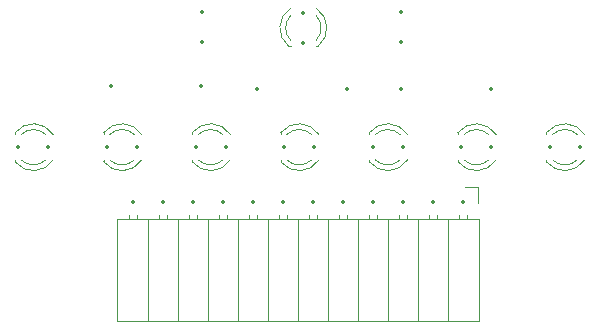
<source format=gbr>
%TF.GenerationSoftware,KiCad,Pcbnew,8.0.1*%
%TF.CreationDate,2024-06-24T19:19:19+02:00*%
%TF.ProjectId,BMW E30 NFL SI Indicator LED,424d5720-4533-4302-904e-464c20534920,rev?*%
%TF.SameCoordinates,Original*%
%TF.FileFunction,Legend,Top*%
%TF.FilePolarity,Positive*%
%FSLAX46Y46*%
G04 Gerber Fmt 4.6, Leading zero omitted, Abs format (unit mm)*
G04 Created by KiCad (PCBNEW 8.0.1) date 2024-06-24 19:19:19*
%MOMM*%
%LPD*%
G01*
G04 APERTURE LIST*
%ADD10C,0.120000*%
%ADD11C,0.350000*%
G04 APERTURE END LIST*
D10*
%TO.C,D5*%
X141335000Y-84464000D02*
X141335000Y-84620000D01*
X141335000Y-86780000D02*
X141335000Y-86936000D01*
X141335001Y-84464485D02*
G75*
G02*
X144567334Y-84621392I1559999J-1235515D01*
G01*
X141854040Y-84620001D02*
G75*
G02*
X143936129Y-84620164I1040960J-1079999D01*
G01*
X143936129Y-86779836D02*
G75*
G02*
X141854040Y-86779999I-1041129J1079836D01*
G01*
X144567334Y-86778608D02*
G75*
G02*
X141335001Y-86935515I-1672334J1078608D01*
G01*
%TO.C,D11*%
X149514000Y-77165000D02*
X149670000Y-77165000D01*
X151830000Y-77165000D02*
X151986000Y-77165000D01*
X149514485Y-77164999D02*
G75*
G02*
X149671392Y-73932666I1235515J1559999D01*
G01*
X149670001Y-76645960D02*
G75*
G02*
X149670164Y-74563871I1079999J1040960D01*
G01*
X151828608Y-73932666D02*
G75*
G02*
X151985515Y-77164999I-1078608J-1672334D01*
G01*
X151829836Y-74563871D02*
G75*
G02*
X151829999Y-76645960I-1079836J-1041129D01*
G01*
%TO.C,D1*%
X171335000Y-84464000D02*
X171335000Y-84620000D01*
X171335000Y-86780000D02*
X171335000Y-86936000D01*
X171335001Y-84464485D02*
G75*
G02*
X174567334Y-84621392I1559999J-1235515D01*
G01*
X171854040Y-84620001D02*
G75*
G02*
X173936129Y-84620164I1040960J-1079999D01*
G01*
X173936129Y-86779836D02*
G75*
G02*
X171854040Y-86779999I-1041129J1079836D01*
G01*
X174567334Y-86778608D02*
G75*
G02*
X171335001Y-86935515I-1672334J1078608D01*
G01*
%TO.C,D4*%
X148835000Y-84464000D02*
X148835000Y-84620000D01*
X148835000Y-86780000D02*
X148835000Y-86936000D01*
X148835001Y-84464485D02*
G75*
G02*
X152067334Y-84621392I1559999J-1235515D01*
G01*
X149354040Y-84620001D02*
G75*
G02*
X151436129Y-84620164I1040960J-1079999D01*
G01*
X151436129Y-86779836D02*
G75*
G02*
X149354040Y-86779999I-1041129J1079836D01*
G01*
X152067334Y-86778608D02*
G75*
G02*
X148835001Y-86935515I-1672334J1078608D01*
G01*
%TO.C,D6*%
X133835000Y-84464000D02*
X133835000Y-84620000D01*
X133835000Y-86780000D02*
X133835000Y-86936000D01*
X133835001Y-84464485D02*
G75*
G02*
X137067334Y-84621392I1559999J-1235515D01*
G01*
X134354040Y-84620001D02*
G75*
G02*
X136436129Y-84620164I1040960J-1079999D01*
G01*
X136436129Y-86779836D02*
G75*
G02*
X134354040Y-86779999I-1041129J1079836D01*
G01*
X137067334Y-86778608D02*
G75*
G02*
X133835001Y-86935515I-1672334J1078608D01*
G01*
%TO.C,D7*%
X126335000Y-84464000D02*
X126335000Y-84620000D01*
X126335000Y-86780000D02*
X126335000Y-86936000D01*
X126335001Y-84464485D02*
G75*
G02*
X129567334Y-84621392I1559999J-1235515D01*
G01*
X126854040Y-84620001D02*
G75*
G02*
X128936129Y-84620164I1040960J-1079999D01*
G01*
X128936129Y-86779836D02*
G75*
G02*
X126854040Y-86779999I-1041129J1079836D01*
G01*
X129567334Y-86778608D02*
G75*
G02*
X126335001Y-86935515I-1672334J1078608D01*
G01*
%TO.C,D3*%
X156335000Y-84464000D02*
X156335000Y-84620000D01*
X156335000Y-86780000D02*
X156335000Y-86936000D01*
X156335001Y-84464485D02*
G75*
G02*
X159567334Y-84621392I1559999J-1235515D01*
G01*
X156854040Y-84620001D02*
G75*
G02*
X158936129Y-84620164I1040960J-1079999D01*
G01*
X158936129Y-86779836D02*
G75*
G02*
X156854040Y-86779999I-1041129J1079836D01*
G01*
X159567334Y-86778608D02*
G75*
G02*
X156335001Y-86935515I-1672334J1078608D01*
G01*
%TO.C,J1*%
X135000000Y-91820000D02*
X165600000Y-91820000D01*
X135000000Y-100450000D02*
X135000000Y-91820000D01*
X135000000Y-100450000D02*
X165600000Y-100450000D01*
X135970000Y-91820000D02*
X135970000Y-91470000D01*
X136690000Y-91820000D02*
X136690000Y-91470000D01*
X137600000Y-100450000D02*
X137600000Y-91820000D01*
X138510000Y-91820000D02*
X138510000Y-91410000D01*
X139230000Y-91820000D02*
X139230000Y-91410000D01*
X140140000Y-100450000D02*
X140140000Y-91820000D01*
X141050000Y-91820000D02*
X141050000Y-91410000D01*
X141770000Y-91820000D02*
X141770000Y-91410000D01*
X142680000Y-100450000D02*
X142680000Y-91820000D01*
X143590000Y-91820000D02*
X143590000Y-91410000D01*
X144310000Y-91820000D02*
X144310000Y-91410000D01*
X145220000Y-100450000D02*
X145220000Y-91820000D01*
X146130000Y-91820000D02*
X146130000Y-91410000D01*
X146850000Y-91820000D02*
X146850000Y-91410000D01*
X147760000Y-100450000D02*
X147760000Y-91820000D01*
X148670000Y-91820000D02*
X148670000Y-91410000D01*
X149390000Y-91820000D02*
X149390000Y-91410000D01*
X150300000Y-100450000D02*
X150300000Y-91820000D01*
X151210000Y-91820000D02*
X151210000Y-91410000D01*
X151930000Y-91820000D02*
X151930000Y-91410000D01*
X152840000Y-100450000D02*
X152840000Y-91820000D01*
X153750000Y-91820000D02*
X153750000Y-91410000D01*
X154470000Y-91820000D02*
X154470000Y-91410000D01*
X155380000Y-100450000D02*
X155380000Y-91820000D01*
X156290000Y-91820000D02*
X156290000Y-91410000D01*
X157010000Y-91820000D02*
X157010000Y-91410000D01*
X157920000Y-100450000D02*
X157920000Y-91820000D01*
X158830000Y-91820000D02*
X158830000Y-91410000D01*
X159550000Y-91820000D02*
X159550000Y-91410000D01*
X160460000Y-100450000D02*
X160460000Y-91820000D01*
X161370000Y-91820000D02*
X161370000Y-91410000D01*
X162090000Y-91820000D02*
X162090000Y-91410000D01*
X163000000Y-100450000D02*
X163000000Y-91820000D01*
X163910000Y-91820000D02*
X163910000Y-91410000D01*
X164430000Y-89060000D02*
X165540000Y-89060000D01*
X164630000Y-91820000D02*
X164630000Y-91410000D01*
X165540000Y-89060000D02*
X165540000Y-90390000D01*
X165600000Y-100450000D02*
X165600000Y-91820000D01*
%TO.C,D2*%
X163835000Y-84464000D02*
X163835000Y-84620000D01*
X163835000Y-86780000D02*
X163835000Y-86936000D01*
X163835001Y-84464485D02*
G75*
G02*
X167067334Y-84621392I1559999J-1235515D01*
G01*
X164354040Y-84620001D02*
G75*
G02*
X166436129Y-84620164I1040960J-1079999D01*
G01*
X166436129Y-86779836D02*
G75*
G02*
X164354040Y-86779999I-1041129J1079836D01*
G01*
X167067334Y-86778608D02*
G75*
G02*
X163835001Y-86935515I-1672334J1078608D01*
G01*
%TD*%
D11*
X158975000Y-76775000D03*
X158975000Y-74235000D03*
X141625000Y-85700000D03*
X144165000Y-85700000D03*
X150750000Y-76875000D03*
X150750000Y-74335000D03*
X171625000Y-85700000D03*
X174165000Y-85700000D03*
X149125000Y-85700000D03*
X151665000Y-85700000D03*
X142175000Y-76792000D03*
X142175000Y-74252000D03*
X134125000Y-85700000D03*
X136665000Y-85700000D03*
X126625000Y-85700000D03*
X129165000Y-85700000D03*
X156625000Y-85700000D03*
X159165000Y-85700000D03*
X164270000Y-90360000D03*
X161730000Y-90360000D03*
X159190000Y-90360000D03*
X156650000Y-90360000D03*
X154110000Y-90360000D03*
X151570000Y-90360000D03*
X149030000Y-90360000D03*
X146490000Y-90360000D03*
X143950000Y-90360000D03*
X141410000Y-90360000D03*
X138870000Y-90360000D03*
X136330000Y-90360000D03*
X164125000Y-85700000D03*
X166665000Y-85700000D03*
X166600000Y-80790000D03*
X158980000Y-80790000D03*
X146790000Y-80750000D03*
X154410000Y-80750000D03*
X134490000Y-80550000D03*
X142110000Y-80550000D03*
M02*

</source>
